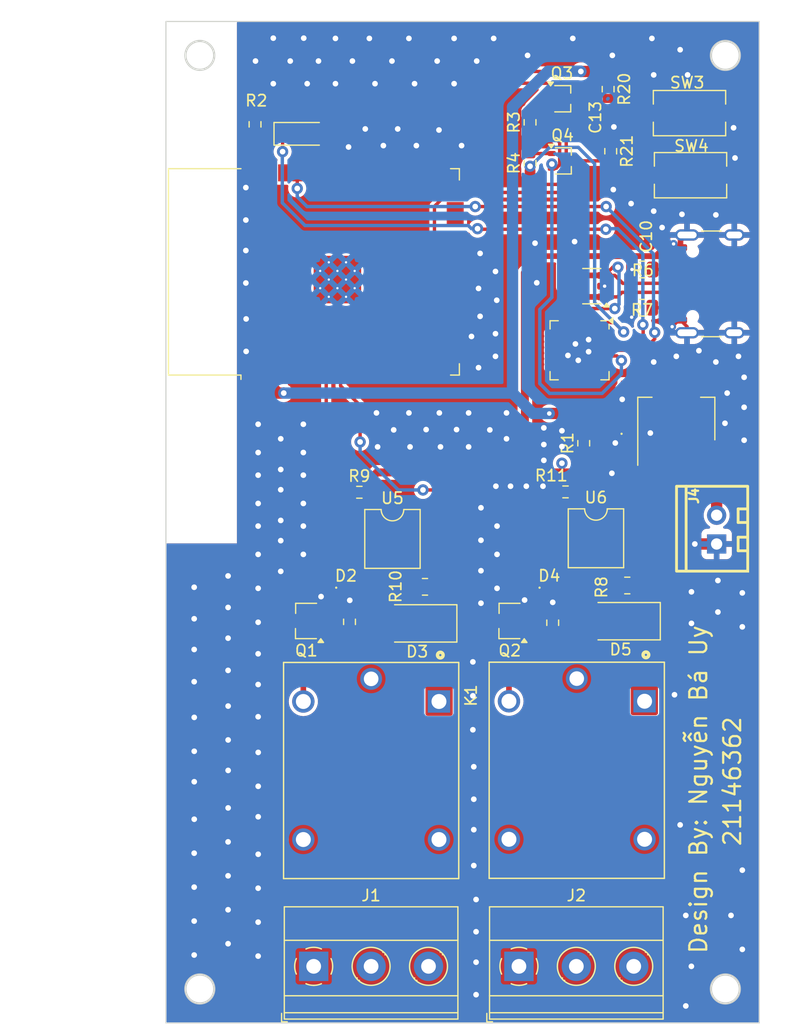
<source format=kicad_pcb>
(kicad_pcb (version 20240108) (generator "pcbnew") (generator_version "8.0")
  (title_block (title "ESP32 4 Channel Relays") (date "2023-03-20") (company "Self-Employed"))
  (layers (0 "F.Cu" signal) (31 "B.Cu" signal) (34 "B.Paste" user) (35 "F.Paste" user) (36 "B.SilkS" user "B.Silkscreen") (37 "F.SilkS" user "F.Silkscreen") (38 "B.Mask" user) (39 "F.Mask" user) (44 "Edge.Cuts" user))
  (net 0 "")
  (net 1 "+5V")
  (net 2 "GND")
  (net 3 "/RESET")
  (net 4 "+3V3")
  (net 5 "Net-(D1-A)")
  (net 6 "/BOOT")
  (net 7 "Net-(D2-A)")
  (net 8 "Net-(D3-A)")
  (net 9 "Net-(U4-RXD0{slash}IO3)")
  (net 10 "Net-(D4-A)")
  (net 11 "Net-(D5-A)")
  (net 12 "Net-(J3-CC2)")
  (net 15 "Net-(J3-CC1)")
  (net 16 "Net-(Q1-B)")
  (net 17 "/NO-1")
  (net 18 "/COM-1")
  (net 19 "/NC-1")
  (net 20 "/NO-2")
  (net 21 "/COM-2")
  (net 22 "/NC-2")
  (net 23 "Net-(R8-Pad1)")
  (net 28 "Net-(Q2-B)")
  (net 29 "Net-(Q3-B)")
  (net 30 "Net-(Q4-B)")
  (net 35 "/D+")
  (net 37 "/D-")
  (net 38 "/RTS")
  (net 39 "/DTR")
  (net 40 "Net-(R9-Pad1)")
  (net 41 "Net-(R10-Pad1)")
  (net 42 "Net-(R11-Pad1)")
  (net 45 "/ACTIVE")
  (net 48 "/TX")
  (net 49 "/RX")
  (net 59 "/IO_34")
  (net 60 "/IO_35")
  (footprint "Diode_SMD:D_SMA" (layer "F.Cu") (at 197.075 113.405 180)
    (property "Reference" "D5")
    (property "Value" "1N4007")
  )
  (footprint "Shuzuko_footprint:RELAY_SRD-05VDC-SL-C" (layer "F.Cu") (at 193.192061 126.577891 -90)
    (property "Reference" "K2" (hide yes))
    (property "Value" "SRD-05VDC-SL-C")
  )
  (footprint "Button_Switch_SMD:SW_Tactile_SPST_NO_Straight_CK_PTS636Sx25SMTRLFS" (layer "F.Cu") (at 203.2578 73.9938 180)
    (property "Reference" "SW4")
    (property "Value" "SW_Push")
  )
  (footprint "Capacitor_SMD:C_0201_0603Metric" (layer "F.Cu") (at 199.778 101.3496 -90)
    (property "Reference" "C1" (hide yes))
    (property "Value" "22uF")
  )
  (footprint "Shuzuko_footprint:SOT-223-3_TabPin2" (layer "F.Cu") (at 202 95.525 90)
    (property "Reference" "U1" (hide yes))
    (property "Value" "AMS1117-3.3")
  )
  (footprint "Resistor_SMD:R_0603_1608Metric" (layer "F.Cu") (at 192.197751 101.979009)
    (property "Reference" "R11")
    (property "Value" "1K")
  )
  (footprint "LED_SMD:LED_0201_0603Metric" (layer "F.Cu") (at 172.7683 110.4428)
    (property "Reference" "D2")
    (property "Value" "RED_LED" (hide yes))
  )
  (footprint "Resistor_SMD:R_0603_1608Metric" (layer "F.Cu") (at 195.968 66.387 -90)
    (property "Reference" "R20")
    (property "Value" "10K")
  )
  (footprint "Shuzuko_footprint:SMDIP-4_W7.62mm" (layer "F.Cu") (at 194.890072 106.076611)
    (property "Reference" "U6")
    (property "Value" "PC817" (hide yes))
  )
  (footprint "Connector_USB:USB_C_Receptacle_GCT_USB4105-xx-A_16P_TopMnt_Horizontal" (layer "F.Cu") (at 206.0518 83.595 90)
    (property "Reference" "J3" (hide yes))
    (property "Value" "USB_C_Receptacle_USB2.0")
  )
  (footprint "Capacitor_SMD:C_0201_0603Metric" (layer "F.Cu") (at 196.222 74.2864 -90)
    (property "Reference" "C14" (hide yes))
    (property "Value" "10uF" (hide yes))
  )
  (footprint "Capacitor_SMD:C_0201_0603Metric" (layer "F.Cu") (at 164.98 93.374 180)
    (property "Reference" "C3" (hide yes))
    (property "Value" "10uF" (hide yes))
  )
  (footprint "Package_TO_SOT_SMD:SOT-23-6" (layer "F.Cu") (at 194.5202 83.7982 180)
    (property "Reference" "U7" (hide yes))
    (property "Value" "USBLC6-2SC6" (hide yes))
  )
  (footprint "Resistor_SMD:R_0603_1608Metric" (layer "F.Cu") (at 189.0592 72.927 90)
    (property "Reference" "R4")
    (property "Value" "10K")
  )
  (footprint "Package_TO_SOT_SMD:SOT-323_SC-70" (layer "F.Cu") (at 191.9294 67.2374)
    (property "Reference" "Q3")
    (property "Value" "BC847W")
  )
  (footprint "Package_DFN_QFN:QFN-28-1EP_5x5mm_P0.5mm_EP3.35x3.35mm" (layer "F.Cu") (at 193.4396 89.4638 -90)
    (property "Reference" "U8" (hide yes))
    (property "Value" "CP2102N-Axx-xQFN28" (hide yes))
  )
  (footprint "Resistor_SMD:R_0603_1608Metric" (layer "F.Cu") (at 193.809 97.6788 90)
    (property "Reference" "R1")
    (property "Value" "2K")
  )
  (footprint "Capacitor_SMD:C_0201_0603Metric" (layer "F.Cu") (at 165.0054 94.4662 180)
    (property "Reference" "C4" (hide yes))
    (property "Value" "100nF" (hide yes))
  )
  (footprint "Package_TO_SOT_SMD:TSOT-23" (layer "F.Cu") (at 187.265 113.405 180)
    (property "Reference" "Q2")
    (property "Value" "BC857")
  )
  (footprint "Diode_SMD:D_SOD-123" (layer "F.Cu") (at 168.7646 70.3362)
    (property "Reference" "D8" (hide yes))
    (property "Value" "1n4148" (hide yes))
  )
  (footprint "Diode_SMD:D_SMA" (layer "F.Cu") (at 179.075 113.6 180)
    (property "Reference" "D3")
    (property "Value" "1N4007")
  )
  (footprint "Capacitor_SMD:C_0201_0603Metric" (layer "F.Cu") (at 195.968 68.8914 -90)
    (property "Reference" "C13")
    (property "Value" "100nF" (hide yes))
  )
  (footprint "Resistor_SMD:R_0805_2012Metric" (layer "F.Cu") (at 197.6625 110.250256 180)
    (property "Reference" "R8")
    (property "Value" "2.2K" (hide yes))
  )
  (footprint "Resistor_SMD:R_0603_1608Metric" (layer "F.Cu") (at 173.956515 102.012265)
    (property "Reference" "R9")
    (property "Value" "1K")
  )
  (footprint "Shuzuko_footprint:ESP32-WROOM-32" (layer "F.Cu") (at 172.9248 82.535 90)
    (property "Reference" "U4" (hide yes))
    (property "Value" "ESP32-WROOM-32")
  )
  (footprint "TerminalBlock_Phoenix:TerminalBlock_Phoenix_MKDS-1,5-3-5.08_1x03_P5.08mm_Horizontal" (layer "F.Cu") (at 188.075 143.905)
    (property "Reference" "J2")
    (property "Value" "Relay-2" (hide yes))
  )
  (footprint "Resistor_SMD:R_0603_1608Metric" (layer "F.Cu") (at 164.726 69.498 -90)
    (property "Reference" "R2")
    (property "Value" "10K")
  )
  (footprint "LED_SMD:LED_0201_0603Metric" (layer "F.Cu") (at 196.2968 96.8436 180)
    (property "Reference" "D1" (hide yes))
    (property "Value" "YELLOW_LED" (hide yes))
  )
  (footprint "TRUNGTHAO:Conn_XH-P2.54mm-2P" (layer "F.Cu") (at 205.4692 105.242 180)
    (property "Reference" "J4")
    (property "Value" "Conn_01x02" (hide yes))
  )
  (footprint "Capacitor_SMD:C_0201_0603Metric" (layer "F.Cu") (at 200.7432 79.785 -90)
    (property "Reference" "C10")
    (property "Value" "100nF")
  )
  (footprint "Resistor_SMD:R_0603_1608Metric" (layer "F.Cu") (at 196.1966 71.8734 -90)
    (property "Reference" "R21")
    (property "Value" "10K")
  )
  (footprint "Package_TO_SOT_SMD:SOT-323_SC-70" (layer "F.Cu") (at 191.9802 72.7247)
    (property "Reference" "Q4")
    (property "Value" "BC847W")
  )
  (footprint "Resistor_SMD:R_0805_2012Metric" (layer "F.Cu") (at 179.7628 110.3666 180)
    (property "Reference" "R10")
    (property "Value" "2.2K" (hide yes))
  )
  (footprint "Resistor_SMD:R_0805_2012Metric" (layer "F.Cu") (at 198.9652 85.7032 180)
    (property "Reference" "R7")
    (property "Value" "5k6")
  )
  (footprint "LED_SMD:LED_0201_0603Metric" (layer "F.Cu") (at 190.761 110.4428)
    (property "Reference" "D4")
    (property "Value" "RED_LED" (hide yes))
  )
  (footprint "Resistor_SMD:R_0603_1608Metric" (layer "F.Cu") (at 189.0592 69.3202 90)
    (property "Reference" "R3")
    (property "Value" "10K")
  )
  (footprint "Button_Switch_SMD:SW_Tactile_SPST_NO_Straight_CK_PTS636Sx25SMTRLFS" (layer "F.Cu") (at 203.1674 68.5074)
    (property "Reference" "SW3")
    (property "Value" "SW_Push")
  )
  (footprint "Package_TO_SOT_SMD:TSOT-23" (layer "F.Cu") (at 169.265 113.405 180)
    (property "Reference" "Q1")
    (property "Value" "BC857")
  )
  (footprint "Resistor_SMD:R_0805_2012Metric" (layer "F.Cu") (at 198.9906 82.325 180)
    (property "Reference" "R6")
    (property "Value" "5k6")
  )
  (footprint "Resistor_SMD:R_0603_1608Metric" (layer "F.Cu") (at 191.064181 113.540393 -90)
    (property "Reference" "R13" (hide yes))
    (property "Value" "10K")
  )
  (footprint "Shuzuko_footprint:SMDIP-4_W7.62mm" (layer "F.Cu") (at 176.885 106.135)
    (property "Reference" "U5")
    (property "Value" "PC817" (hide yes))
  )
  (footprint "Resistor_SMD:R_0603_1608Metric" (layer "F.Cu") (at 173.085223 113.46211 -90)
    (property "Reference" "R5" (hide yes))
    (property "Value" "10K")
  )
  (footprint "Shuzuko_footprint:RELAY_SRD-05VDC-SL-C" (layer "F.Cu") (at 175 126.6 -90)
    (property "Reference" "K1")
    (property "Value" "SRD-05VDC-SL-C")
  )
  (footprint "TerminalBlock_Phoenix:TerminalBlock_Phoenix_MKDS-1,5-3-5.08_1x03_P5.08mm_Horizontal" (layer "F.Cu") (at 169.915 143.905)
    (property "Reference" "J1")
    (property "Value" "Relay-1" (hide yes))
  )
  (footprint "Capacitor_SMD:C_0201_0603Metric" (layer "F.Cu") (at 197.2888 92.6882 -90)
    (property "Reference" "C2" (hide yes))
    (property "Value" "22uF")
  )
  (gr_circle (center 159.840261 145.905) (end 161.116595 145.905) (stroke (width 0.2)) (fill none) (layer "Edge.Cuts"))
  (gr_circle (center 206.340261 63.405) (end 205.063927 63.405) (stroke (width 0.2)) (fill none) (layer "Edge.Cuts"))
  (gr_circle (center 159.840261 63.405) (end 159.840261 64.681334) (stroke (width 0.2)) (fill none) (layer "Edge.Cuts"))
  (gr_circle (center 206.340261 145.905) (end 206.340261 144.628666) (stroke (width 0.2)) (fill none) (layer "Edge.Cuts"))
  (gr_rect (start 156.840261 60.4074) (end 209.340261 148.905) (stroke (width 0.1)) (fill none) (layer "Edge.Cuts"))
  (gr_text "Design By: Nguyễn Bá Uy" (at 204.840261 142.905 90) (layer "F.SilkS") (effects (font (size 1.5 1.5) (thickness 0.2)) (justify left bottom)))
  (gr_text "21146362" (at 207.840261 133.405 90) (layer "F.SilkS") (effects (font (size 1.5 1.5) (thickness 0.2)) (justify left bottom)))
  (segment (start 193.809 98.1888) (end 193.809 98.6888) (width 0.25) (layer "F.Cu") (net 1))
  (segment (start 196.95366 101.979009) (end 197.645051 102.6704) (width 0.7) (layer "F.Cu") (net 1))
  (segment (start 182.395 104.865) (end 183.141 105.611) (width 0.7) (layer "F.Cu") (net 1))
  (segment (start 199.192061 120.477891) (end 199.192061 113.522061) (width 1.5) (layer "F.Cu") (net 1))
  (segment (start 199.905 100.74) (end 199.458 100.74) (width 0.25) (layer "F.Cu") (net 1))
  (segment (start 202.3718 81.195) (end 202.911495 81.195) (width 0.3) (layer "F.Cu") (net 1))
  (segment (start 197.645051 102.6704) (end 205.5184 102.6704) (width 0.7) (layer "F.Cu") (net 1))
  (segment (start 205.5692 102.7212) (end 205.5692 99.1652) (width 1) (layer "F.Cu") (net 1))
  (segment (start 183.141 105.611) (end 183.141 112.9574) (width 0.7) (layer "F.Cu") (net 1))
  (segment (start 195.1552 101.979009) (end 195.1552 101.0956) (width 0.7) (layer "F.Cu") (net 1))
  (segment (start 191.9396 83.017599) (end 191.904 82.981999) (width 0.3) (layer "F.Cu") (net 1))
  (segment (start 195.6876 98.5038) (end 193.809 98.5038) (width 0.25) (layer "F.Cu") (net 1))
  (segment (start 200.159 100.994) (end 199.905 100.74) (width 0.25) (layer "F.Cu") (net 1))
  (segment (start 183.141 112.9574) (end 182.4984 113.6) (width 0.7) (layer "F.Cu") (net 1))
  (segment (start 191.9752 83.8642) (end 191.904 83.8642) (width 0.5) (layer "F.Cu") (net 1))
  (segment (start 193.3827 83.7982) (end 192.0412 83.7982) (width 0.5) (layer "F.Cu") (net 1))
  (segment (start 190.9896 87.9638) (end 190.9896 87.405) (width 0.3) (layer "F.Cu") (net 1))
  (segment (start 204.3 98.675) (end 204.3 100.0534) (width 0.25) (layer "F.Cu") (net 1))
  (segment (start 181 120.5) (end 181 113.675) (width 1.5) (layer "F.Cu") (net 1))
  (segment (start 200.034611 104.806611) (end 201.3782 106.1502) (width 0.7) (layer "F.Cu") (net 1))
  (segment (start 200.7432 80.6486) (end 200.7432 80.7132) (width 0.3) (layer "F.Cu") (net 1))
  (segment (start 200.7432 80.6486) (end 200.7432 81.0042) (width 0.3) (layer "F.Cu") (net 1))
  (segment (start 200.6024 81.145) (end 190.0868 81.145) (width 0.5) (layer "F.Cu") (net 1))
  (segment (start 190.0868 81.145) (end 189.3386 81.8932) (width 0.5) (layer "F.Cu") (net 1))
  (segment (start 199.1684 101.0296) (end 199.778 101.0296) (width 0.3) (layer "F.Cu") (net 1))
  (segment (start 182.4984 113.6) (end 181.075 113.6) (width 0.7) (layer "F.Cu") (net 1))
  (segment (start 188.6782 100.2574) (end 175.521 100.2574) (width 0.7) (layer "F.Cu") (net 1))
  (segment (start 201.3782 112.4748) (end 200.448 113.405) (width 0.7) (layer "F.Cu") (net 1))
  (segment (start 204.15 98.825) (end 204.3 98.675) (width 0.25) (layer "F.Cu") (net 1))
  (segment (start 191.9244 86.9986) (end 191.9396 87.0138) (width 0.3) (layer "F.Cu") (net 1))
  (segment (start 174.781515 102.012265) (end 174.781515 102.311915) (width 0.7) (layer "F.Cu") (net 1))
  (segment (start 200.7432 80.7132) (end 200.3114 81.145) (width 0.3) (layer "F.Cu") (net 1))
  (segment (start 201.3274 81.145) (end 202.3218 81.145) (width 0.5) (layer "F.Cu") (net 1))
  (segment (start 200.6024 81.145) (end 200.7432 81.0042) (width 0.5) (layer "F.Cu") (net 1))
  (segment (start 191.904 83.8642) (end 191.904 82.981999) (width 0.5) (layer "F.Cu") (net 1))
  (segment (start 191.904 81.9694) (end 192.7284 81.145) (width 0.5) (layer "F.Cu") (net 1))
  (segment (start 201.3782 106.1502) (end 201.3782 112.4748) (width 0.7) (layer "F.Cu") (net 1))
  (segment (start 203.3238 101.0296) (end 200.159 101.0296) (width 0.25) (layer "F.Cu") (net 1))
  (segment (start 175.521 100.2574) (end 174.781515 100.996885) (width 0.7) (layer "F.Cu") (net 1))
  (segment (start 198.700072 104.806611) (end 200.034611 104.806611) (width 0.7) (layer "F.Cu") (net 1))
  (segment (start 188.602 82.6298) (end 189.3386 81.8932) (width 0.7) (layer "F.Cu") (net 1))
  (segment (start 203.8166 85.089895) (end 202.911495 85.995) (width 0.3) (layer "F.Cu") (net 1))
  (segment (start 200.7432 81.0042) (end 200.7432 81.195) (width 0.3) (layer "F.Cu") (net 1))
  (segment (start 199.458 100.74) (end 199.1684 101.0296) (width 0.25) (layer "F.Cu") (net 1))
  (segment (start 200.159 101.0296) (end 199.778 101.0296) (width 0.25) (layer "F.Cu") (net 1))
  (segment (start 200.7432 81.195) (end 202.3718 81.195) (width 0.3) (layer "F.Cu") (net 1))
  (segment (start 200.7432 80.105) (end 200.7432 80.42) (width 0.3) (layer "F.Cu") (net 1))
  (segment (start 193.022751 101.979009) (end 195.1552 101.979009) (width 0.7) (layer "F.Cu") (net 1))
  (segment (start 177.3346 104.865) (end 180.695 104.865) (width 0.7) (layer "F.Cu") (net 1))
  (segment (start 198.2134 101.0296) (end 195.6876 98.5038) (width 0.25) (layer "F.Cu") (net 1))
  (segment (start 202.911495 85.995) (end 202.3718 85.995) (width 0.3) (layer "F.Cu") (net 1))
  (segment (start 192.7284 81.145) (end 201.3274 81.145) (width 0.5) (layer "F.Cu") (net 1))
  (segment (start 174.781515 102.311915) (end 177.3346 104.865) (width 0.7) (layer "F.Cu") (net 1))
  (segment (start 205.5692 99.1652) (end 205.1628 98.7588) (width 1) (layer "F.Cu") (net 1))
  (segment (start 199.7018 81.145) (end 200.3114 81.145) (width 0.5) (layer "F.Cu") (net 1))
  (segment (start 180.695 104.865) (end 182.395 104.865) (width 0.7) (layer "F.Cu") (net 1))
  (segment (start 200.7432 80.42) (end 200.0182 81.145) (width 0.3) (layer "F.Cu") (net 1))
  (segment (start 190.9896 87.405) (end 191.396 86.9986) (width 0.3) (layer "F.Cu") (net 1))
  (segment (start 200.7432 80.42) (end 200.7432 80.6486) (width 0.3) (layer "F.Cu") (net 1))
  (segment (start 200.448 113.405) (end 199.075 113.405) (width 0.7) (layer "F.Cu") (net 1))
  (segment (start 200.159 101.0296) (end 200.159 100.994) (width 0.25) (layer "F.Cu") (net 1))
  (segment (start 191.396 86.9986) (end 191.9244 86.9986) (width 0.3) (layer "F.Cu") (net 1))
  (segment (start 191.904 82.981999) (end 191.904 81.9694) (width 0.5) (layer "F.Cu") (net 1))
  (segment (start 200.7432 80.5608) (end 201.3274 81.145) (width 0.3) (layer "F.Cu") (net 1))
  (segment (start 188.8052 82.4266) (end 189.3386 81.8932) (width 0.5) (layer "F.Cu") (net 1))
  (segment (start 195.1552 101.979009) (end 196.95366 101.979009) (width 0.7) (layer "F.Cu") (net 1))
  (segment (start 205.5184 102.6704) (end 205.5692 102.7212) (width 0.7) (layer "F.Cu") (net 1))
  (segment (start 200.0182 81.145) (end 199.7018 81.145) (width 0.3) (layer "F.Cu") (net 1))
  (segment (start 194.317 100.2574) (end 188.6782 100.2574) (width 0.7) (layer "F.Cu") (net 1))
  (segment (start 200.3114 81.145) (end 200.6024 81.145) (width 0.5) (layer "F.Cu") (net 1))
  (segment (start 194.954611 104.806611) (end 198.700072 104.806611) (width 0.7) (layer "F.Cu") (net 1))
  (segment (start 199.1684 101.0296) (end 198.2134 101.0296) (width 0.25) (layer "F.Cu") (net 1))
  (segment (start 203.8166 82.100105) (end 203.8166 85.089895) (width 0.3) (layer "F.Cu") (net 1))
  (segment (start 199.192061 113.522061) (end 199.075 113.405) (width 1.5) (layer "F.Cu") (net 1))
  (segment (start 204.3838 98.7588) (end 204.3 98.675) (width 1) (layer "F.Cu") (net 1))
  (segment (start 195.1552 101.0956) (end 194.317 100.2574) (width 0.7) (layer "F.Cu") (net 1))
  (segment (start 202.3218 81.145) (end 202.3718 81.195) (width 0.5) (layer "F.Cu") (net 1))
  (segment (start 202.911495 81.195) (end 203.8166 82.100105) (width 0.3) (layer "F.Cu") (net 1))
  (segment (start 192.0412 83.7982) (end 191.9752 83.8642) (width 0.5) (layer "F.Cu") (net 1))
  (segment (start 204.3 100.0534) (end 203.3238 101.0296) (width 0.25) (layer "F.Cu") (net 1))
  (segment (start 193.022751 102.874751) (end 194.954611 104.806611) (width 0.7) (layer "F.Cu") (net 1))
  (segment (start 205.1628 98.7588) (end 204.3838 98.7588) (width 1) (layer "F.Cu") (net 1))
  (segment (start 188.602 100.1812) (end 188.602 82.6298) (width 0.7) (layer "F.Cu") (net 1))
  (segment (start 191.9396 87.0138) (end 191.9396 83.017599) (width 0.3) (layer "F.Cu") (net 1))
  (segment (start 193.022751 101.979009) (end 193.022751 102.874751) (width 0.7) (layer "F.Cu") (net 1))
  (segment (start 188.6782 100.2574) (end 188.602 100.1812) (width 0.7) (layer "F.Cu") (net 1))
  (segment (start 181 113.675) (end 181.075 113.6) (width 1.5) (layer "F.Cu") (net 1))
  (segment (start 200.7432 80.42) (end 200.7432 80.5608) (width 0.3) (layer "F.Cu") (net 1))
  (segment (start 174.781515 100.996885) (end 174.781515 102.012265) (width 0.7) (layer "F.Cu") (net 1))
  (segment (start 205.5692 104.042) (end 205.5692 102.7212) (width 1) (layer "F.Cu") (net 1))
  (via (at 191.8786 99.4446) (size 1) (drill 0.5) (layers "F.Cu" "B.Cu") (net 1))
  (segment (start 207.0424 69.7774) (end 207.0678 69.8028) (width 0.3) (layer "F.Cu") (net 2))
  (segment (start 198.0527 85.7032) (end 198.0527 86.5395) (width 0.3) (layer "F.Cu") (net 2))
  (segment (start 199.7 98.675) (end 199.7 96.7794) (width 0.5) (layer "F.Cu") (net 2))
  (segment (start 198.0527 86.5395) (end 198.0508 86.5414) (width 0.3) (layer "F.Cu") (net 2))
  (segment (start 207.0424 68.42) (end 207.0424 69.7774) (width 0.3) (layer "F.Cu") (net 2))
  (segment (start 202.3718 80.395) (end 202.3718 79.85) (width 0.3) (layer "F.Cu") (net 2))
  (segment (start 164.6748 91.285) (end 164.6748 73.785) (width 0.3) (layer "F.Cu") (net 2))
  (segment (start 164.6854 94.4662) (end 164.6854 93.3994) (width 0.3) (layer "F.Cu") (net 2))
  (segment (start 202.3718 80.395) (end 202.0898 80.395) (width 0.3) (layer "F.Cu") (net 2))
  (segment (start 202.0898 80.395) (end 201.7592 80.0644) (width 0.3) (layer "F.Cu") (net 2))
  (segment (start 191.064181 111.739819) (end 191.0658 111.7382) (width 0.3) (layer "F.Cu") (net 2))
  (segment (start 199.7 96.7794) (end 199.7018 96.7776) (width 0.5) (layer "F.Cu") (net 2))
  (segment (start 182.4348 88.245) (end 183.8758 88.245) (width 0.3) (layer "F.Cu") (net 2))
  (segment (start 202.3718 86.795) (end 202.2168 86.795) (width 0.3) (layer "F.Cu") (net 2))
  (segment (start 197.6342 101.6696) (end 196.2982 100.3336) (width 0.3) (layer "F.Cu") (net 2))
  (segment (start 193.4396 89.4638) (end 194.1152 89.4638) (width 0.3) (layer "F.Cu") (net 2))
  (segment (start 193.9396 87.0138) (end 193.9396 88.2214) (width 0.3) (layer "F.Cu") (net 2))
  (segment (start 195.968 69.2186) (end 196.476 69.7266) (width 0.3) (layer "F.Cu") (net 2))
  (segment (start 196.222 75.0606) (end 196.4252 75.2638) (width 0.3) (layer "F.Cu") (net 2))
  (segment (start 191.064181 112.715393) (end 191.064181 111.739819) (width 0.3) (layer "F.Cu") (net 2))
  (segment (start 193.4396 89.4638) (end 192.8678 89.4638) (width 0.3) (layer "F.Cu") (net 2))
  (segment (start 193.4396 89.4638) (end 193.4396 90.2382) (width 0.3) (layer "F.Cu") (net 2))
  (segment (start 207.1328 73.9938) (end 207.1328 72.5318) (width 0.3) (layer "F.Cu") (net 2))
  (segment (start 205.5692 106.582) (end 203.6388 106.582) (width 1) (layer "F.Cu") (net 2))
  (segment (start 193.4396 89.3238) (end 194.2408 88.5226) (width 0.3) (layer "F.Cu") (net 2))
  (segment (start 193.4396 89.4638) (end 193.4396 89.2708) (width 0.3) (layer "F.Cu") (net 2))
  (segment (start 194.2408 88.6626) (end 193.4396 89.4638) (width 0.3) (layer "F.Cu") (net 2))
  (segment (start 202.2168 86.795) (end 201.6322 87.3796) (width 0.3) (layer "F.Cu") (net 2))
  (segment (start 202.9468 87.37) (end 202.3718 86.795) (width 0.3) (layer "F.Cu") (net 2))
  (segment (start 170.575 111.2372) (end 170.568 111.2302) (width 0.3) (layer "F.Cu") (net 2))
  (segment (start 199.778 101.6696) (end 197.6342 101.6696) (width 0.3) (layer "F.Cu") (net 2))
  (segment (start 170.575 112.455) (end 170.575 111.2372) (width 0.3) (layer "F.Cu") (net 2))
  (segment (start 207.1328 68.3296) (end 207.0424 68.42) (width 0.3) (layer "F.Cu") (net 2))
  (segment (start 202.9468 79.275) (end 207.1268 79.275) (width 0.3) (layer "F.Cu") (net 2))
  (segment (start 200.7432 79.465) (end 200.7432 78.6166) (width 0.3) (layer "F.Cu") (net 2))
  (segment (start 196.6168 97.6412) (end 196.6016 97.6564) (width 0.3) (layer "F.Cu") (net 2))
  (segment (start 173.085223 112.63711) (end 173.085223 111.583177) (width 0.3) (layer "F.Cu") (net 2))
  (segment (start 199.7 98.675) (end 199.7 98.225) (width 0.5) (layer "F.Cu") (net 2))
  (segment (start 183.8758 88.245) (end 183.8776 88.2432) (width 0.3) (layer "F.Cu") (net 2))
  (segment (start 188.575 111.5366) (end 188.5766 111.535) (width 0.3) (layer "F.Cu") (net 2))
  (segment (start 188.575 112.455) (end 188.575 111.5366) (width 0.3) (layer "F.Cu") (net 2))
  (segment (start 193.4396 89.2708) (end 193.0724 88.9036) (width 0.3) (layer "F.Cu") (net 2))
  (segment (start 197.2888 93.0082) (end 197.2888 93.722695) (width 0.3) (layer "F.Cu") (net 2))
  (segment (start 194.1152 89.4638) (end 194.2408 89.5894) (width 0.3) (layer "F.Cu") (net 2))
  (segment (start 202.9468 87.915) (end 202.9468 87.37) (width 0.3) (layer "F.Cu") (net 2))
  (segment (start 207.1268 87.915) (end 202.9468 87.915) (width 0.3) (layer "F.Cu") (net 2))
  (segment (start 164.66 91.2998) (end 164.6748 91.285) (width 0.3) (layer "F.Cu") (net 2))
  (segment (start 195.968 69.2114) (end 195.9862 69.2114) (width 0.3) (layer "F.Cu") (net 2))
  (segment (start 192.8678 89.4638) (end 192.412 89.9196) (width 0.3) (layer "F.Cu") (net 2))
  (segment (start 193.4396 90.2382) (end 193.3264 90.3514) (width 0.3) (layer "F.Cu") (net 2))
  (segment (start 207.1328 72.5318) (end 207.1948 72.4698) (width 0.3) (layer "F.Cu") (net 2))
  (segment (start 197.2888 93.722695) (end 197.211095 93.8004) (width 0.3) (layer "F.Cu") (net 2))
  (segment (start 194.2408 88.5226) (end 194.2408 88.6626) (width 0.3) (layer "F.Cu") (net 2))
  (segment (start 198.0781 82.325) (end 198.078134 82.325) (width 0.3) (layer "F.Cu") (net 2))
  (segment (start 202.3718 79.85) (end 202.9468 79.275) (width 0.3) (layer "F.Cu") (net 2))
  (segment (start 173.085223 111.583177) (end 173.108 111.5604) (width 0.3) (layer "F.Cu") (net 2))
  (segment (start 164.6854 93.3994) (end 164.66 93.374) (width 0.3) (layer "F.Cu") (net 2))
  (segment (start 196.6168 96.8436) (end 196.6168 97.6412) (width 0.3) (layer "F.Cu") (net 2))
  (segment (start 164.66 93.374) (end 164.66 91.2998) (width 0.3) (layer "F.Cu") (net 2))
  (segment (start 193.4396 89.4638) (end 193.4396 89.3238) (width 0.3) (layer "F.Cu") (net 2))
  (segment (start 195.968 69.2114) (end 195.968 69.2186) (width 0.3) (layer "F.Cu") (net 2))
  (segment (start 193.9396 88.2214) (end 194.2408 88.5226) (width 0.3) (layer "F.Cu") (net 2))
  (segment (start 196.222 74.6064) (end 196.222 75.0606) (width 0.3) (layer "F.Cu") (net 2))
  (via (at 165.0054 125) (size 1) (drill 0.5) (layers "F.Cu" "B.Cu") (net 2))
  (via (at 169 98.5) (size 1) (drill 0.5) (layers "F.Cu" "B.Cu") (net 2))
  (via (at 196.6016 97.6564) (size 1) (drill 0.5) (layers "F.Cu" "B.Cu") (net 2))
  (via (at 182.5568 96.4728) (size 1) (drill 0.5) (layers "F.Cu" "B.Cu") (net 2))
  (via (at 191.8786 96.5744) (size 1) (drill 0.5) (layers "F.Cu" "B.Cu") (net 2))
  (via (at 167 100) (size 1) (drill 0.5) (layers "F.Cu" "B.Cu") (net 2))
  (via (at 184 117) (size 1) (drill 0.5) (layers "F.Cu" "B.Cu") (net 2))
  (via (at 190.2784 99.1906) (size 1) (drill 0.5) (layers "F.Cu" "B.Cu") (net 2))
  (via (at 173.108 111.5604) (size 1) (drill 0.5) (layers "F.Cu" "B.Cu") (net 2))
  (via (at 196.476 69.7266) (size 1) (drill 0.5) (layers "F.Cu" "B.Cu") (net 2))
  (via (at 159.340261 118.7524) (size 1) (drill 0.5) (layers "F.Cu" "B.Cu") (net 2))
  (via (at 173 71.5) (size 1) (drill 0.5) (layers "F.Cu" "B.Cu") (net 2))
  (via (at 159.340261 113.1898) (size 1) (drill 0.5) (layers "F.Cu" "B.Cu") (net 2))
  (via (at 178.442 98) (size 1) (drill 0.5) (layers "F.Cu" "B.Cu") (net 2))
  (via (at 188.729 101.4766) (size 1) (drill 0.5) (layers "F.Cu" "B.Cu") (net 2))
  (via (at 181.1344 98) (size 1) (drill 0.5) (layers "F.Cu" "B.Cu") (net 2))
  (via (at 176.9942 96.5) (size 1) (drill 0.5) (layers "F.Cu" "B.Cu") (net 2))
  (via (at 159.345661 121.905) (size 1) (drill 0.5) (layers "F.Cu" "B.Cu") (net 2))
  (via (at 198.078134 82.325) (size 0.6) (drill 0.3) (layers "F.Cu" "B.Cu") (net 2))
  (via (at 163.9132 83.5188) (size 1) (drill 0.5) (layers "F.Cu" "B.Cu") (net 2))
  (via (at 185.5 96.5) (size 1) (drill 0.5) (layers "F.Cu" "B.Cu") (net 2))
  (via (at 184.0808 129.1372) (size 1) (drill 0.5) (layers "F.Cu" "B.Cu") (net 2))
  (via (at 169 105) (size 1) (drill 0.5) (layers "F.Cu" "B.Cu") (net 2))
  (via (at 165 96) (size 1) (drill 0.5) (layers "F.Cu" "B.Cu") (net 2))
  (via (at 186.9764 97.2856) (size 1) (drill 0.5) (layers "F.Cu" "B.Cu") (net 2))
  (via (at 203 65.1292) (size 1) (drill 0.5) (layers "F.Cu" "B.Cu") (net 2))
  (via (at 184.6396 86.4652) (size 1) (drill 0.5) (layers "F.Cu" "B.Cu") (net 2))
  (via (at 197.211095 93.8004) (size 1) (drill 0.5) (layers "F.Cu" "B.Cu") (net 2))
  (via (at 165 100.5) (size 1) (drill 0.5) (layers "F.Cu" "B.Cu") (net 2))
  (via (at 170.340261 63.905) (size 1) (drill 0.5) (layers "F.Cu" "B.Cu") (net 2))
  (via (at 163.9132 80.6486) (size 1) (drill 0.5) (layers "F.Cu" "B.Cu") (net 2))
  (via (at 167.840261 63.905) (size 1) (drill 0.5) (layers "F.Cu" "B.Cu") (net 2))
  (via (at 175.5718 98) (size 1) (drill 0.5) (layers "F.Cu" "B.Cu") (net 2))
  (via (at 162.340261 109.405) (size 1) (drill 0.5) (layers "F.Cu" "B.Cu") (net 2))
  (via (at 159.340261 115.905) (size 1) (drill 0.5) (layers "F.Cu" "B.Cu") (net 2))
  (via (at 162.340261 114.905) (size 1) (drill 0.5) (layers "F.Cu" "B.Cu") (net 2))
  (via (at 159.340261 133.905) (size 1) (drill 0.5) (layers "F.Cu" "B.Cu") (net 2))
  (via (at 184.7158 108.9442) (size 1) (drill 0.5) (layers "F.Cu" "B.Cu") (net 2))
  (via (at 184.7158 111.8144) (size 1) (drill 0.5) (layers "F.Cu" "B.Cu") (net 2))
  (via (at 208 94.5) (size 1) (drill 0.5) (layers "F.Cu" "B.Cu") (net 2))
  (via (at 184.5 84) (size 1) (drill 0.5) (layers "F.Cu" "B.Cu") (net 2))
  (via (at 184.284 140.8466) (size 1) (drill 0.5) (layers "F.Cu" "B.Cu") (net 2))
  (via (at 184.284 143.539) (size 1) (drill 0.5) (layers "F.Cu" "B.Cu") (net 2))
  (via (at 184 120) (size 1) (drill 0.5) (layers "F.Cu" "B.Cu") (net 2))
  (via (at 167 106.2856) (size 1) (drill 0.5) (layers "F.Cu" "B.Cu") (net 2))
  (via (at 184 123) (size 1) (drill 0.5) (layers "F.Cu" "B.Cu") (net 2))
  (via (at 184.7158 106.2518) (size 1) (drill 0.5) (layers "F.Cu" "B.Cu") (net 2))
  (via (at 162.340261 117.7524) (size 1) (drill 0.5) (layers "F.Cu" "B.Cu") (net 2))
  (via (at 163.9132 77.9562) (size 1) (drill 0.5) (layers "F.Cu" "B.Cu") (net 2))
  (via (at 175.340261 65.905) (size 1) (drill 0.5) (layers "F.Cu" "B.Cu") (net 2))
  (via (at 184.0808 135) (size 1) (drill 0.5) (layers "F.Cu" "B.Cu") (net 2))
  (via (at 202.340261 62.905) (size 1) (drill 0.5) (layers "F.Cu" "B.Cu") (net 2))
  (via (at 178.840261 65.905) (size 1) (drill 0.5) (layers "F.Cu" "B.Cu") (net 2))
  (via (at 184.284 146.4092) (size 1) (drill 0.5) (layers "F.Cu" "B.Cu") (net 2))
  (via (at 208 91.85) (size 1) (drill 0.5) (layers "F.Cu" "B.Cu") (net 2))
  (via (at 163.9132 75.086) (size 1) (drill 0.5) (layers "F.Cu" "B.Cu") (net 2))
  (via (at 196.4252 75.2638) (size 1) (drill 0.5) (layers "F.Cu" "B.Cu") (net 2))
  (via (at 195.6577 83.7982) (size 0.6) (drill 0.3) (layers "F.Cu" "B.Cu") (net 2))
  (via (at 186.9764 95) (size 1) (drill 0.5) (layers "F.Cu" "B.Cu") (net 2))
  (via (at 165 137) (size 1) (drill 0.5) (layers "F.Cu" "B.Cu") (net 2))
  (via (at 202.840261 147.405) (size 1) (drill 0.5) (layers "F.Cu" "B.Cu") (net 2))
  (via (at 200 65.1292) (size 1) (drill 0.5) (layers "F.Cu" "B.Cu") (net 2))
  (via (at 186 90) (size 1) (drill 0.5) (layers "F.Cu" "B.Cu") (net 2))
  (via (at 165 140) (size 1) (drill 0.5) (layers "F.Cu" "B.Cu") (net 2))
  (via (at 207.0678 69.8028) (size 1) (drill 0.5) (layers "F.Cu" "B.Cu") (net 2))
  (via (at 192.412 89.9196) (size 1) (drill 0.5) (layers "F.Cu" "B.Cu") (net 2))
  (via (at 165 105) (size 1) (drill 0.5) (layers "F.Cu" "B.Cu") (net 2))
  (via (at 162.345661 120.905) (size 1) (drill 0.5) (layers "F.Cu" "B.Cu") (net 2))
  (via (at 171.840261 65.905) (size 1) (drill 0.5) (layers "F.Cu" "B.Cu") (net 2))
  (via (at 187.332 101.4766) (size 1) (drill 0.5) (layers "F.Cu" "B.Cu") (net 2))
  (via (at 204 89.5) (size 1) (drill 0.5) (layers "F.Cu" "B.Cu") (net 2))
  (via (at 164.766661 63.905) (size 1) (drill 0.5) (layers "F.Cu" "B.Cu") (net 2))
  (via (at 166.340261 61.8818) (size 1) (drill 0.5) (layers "F.Cu" "B.Cu") (net 2))
  (via (at 162.340261 138.905) (size 1) (drill 0.5) (layers "F.Cu" "B.Cu") (net 2))
  (via (at 162.340261 135.905) (size 1) (drill 0.5) (layers "F.Cu" "B.Cu") (net 2))
  (via (at 176.840261 63.905) (size 1) (drill 0.5) (layers "F.Cu" "B.Cu") (net 2))
  (via (at 169 103) (size 1) (drill 0.5) (layers "F.Cu" "B.Cu") (net 2))
  (via (at 159.345661 127.5916) (size 1) (drill 0.5) (layers "F.Cu" "B.Cu") (net 2))
  (via (at 166.340261 65.905) (size 1) (drill 0.5) (layers "F.Cu" "B.Cu") (net 2))
  (via (at 193 79.8612) (size 1) (drill 0.5) (layers "F.Cu" "B.Cu") (net 2))
  (via (at 184.5 91) (size 1) (drill 0.5) (layers "F.Cu" "B.Cu") (net 2))
  (via (at 188.840261 63.405) (size 1) (drill 0.5) (layers "F.Cu" "B.Cu") (net 2))
  (via (at 186 88) (size 1) (drill 0.5) (layers "F.Cu" "B.Cu") (net 2))
  (via (at 184.7158 103.3816) (size 1) (drill 0.5) (layers "F.Cu" "B.Cu") (net 2))
  (via (at 199.7018 96.7776) (size 1) (drill 0.5) (layers "F.Cu" "B.Cu") (net 2))
  (via (at 196.2982 100.3336) (size 1) (drill 0.5) (layers "F.Cu" "B.Cu") (net 2))
  (via (at 171.840261 61.905) (size 1) (drill 0.5) (layers "F.Cu" "B.Cu") (net 2))
  (via (at 182.340261 65.905) (size 1) (drill 0.5) (layers "F.Cu" "B.Cu") (net 2))
  (via (at 165 110.5) (size 1) (drill 0.5) (layers "F.Cu" "B.Cu") (net 2))
  (via (at 174.4796 69.9044) (size 1) (drill 0.5) (layers "F.Cu" "B.Cu") (net 2))
  (via (at 178.340261 61.905) (size 1) (drill 0.5) (layers "F.Cu" "B.Cu") (net 2))
  (via (at 181 70) (size 1) (drill 0.5) (layers "F.Cu" "B.Cu") (net 2))
  (via (at 184.6396 80.9026) (size 1) (drill 0.5) (layers "F.Cu" "B.Cu") (net 2))
  (via (at 200 90.5) (size 1) (drill 0.5) (layers "F.Cu" "B.Cu") (net 2))
  (via (at 165.0054 130.6866) (size 1) (drill 0.5) (layers "F.Cu" "B.Cu") (net 2))
  (via (at 169 100.5) (size 1) (drill 0.5) (layers "F.Cu" "B.Cu") (net 2))
  (via (at 159.340261 139.905) (size 1) (drill 0.5) (layers "F.Cu" "B.Cu") (net 2))
  (via (at 203.340261 110.81) (size 1) (drill 0.5) (layers "F.Cu" "B.Cu") (net 2))
  (via (at 162.345661 126.5916) (size 1) (drill 0.5) (layers "F.Cu" "B.Cu") (net 2))
  (via (at 196.340261 63.405) (size 1) (drill 0.5) (layers "F.Cu" "B.Cu") (net 2))
  (via (at 177.3498 69.9044) (size 1) (drill 0.5) (layers "F.Cu" "B.Cu") (net 2))
  (via (at 202.5 77.4482) (size 1) (drill 0.5) (layers "F.Cu" "B.Cu") (net 2))
  (via (at 169 107.5) (size 1) (drill 0.5) (layers "F.Cu" "B.Cu") (net 2))
  (via (at 201.6322 87.3796) (size 0.7) (drill 0.3) (layers "F.Cu" "B.Cu") (net 2))
  (via (at 192.840261 61.905) (size 1) (drill 0.5) (layers "F.Cu" "B.Cu") (net 2))
  (via (at 202.840261 139.405) (size 1) (drill 0.5) (layers "F.Cu" "B.Cu") (net 2))
  (via (at 186.1382 105) (size 1) (drill 0.5) (layers "F.Cu" "B.Cu") (net 2))
  (via (at 206.3058 95.914) (size 1) (drill 0.5) (layers "F.Cu" "B.Cu") (net 2))
  (via (at 167 97.2856) (size 1) (drill 0.5) (layers "F.Cu" "B.Cu") (net 2))
  (via (at 159.340261 136.905) (size 1) (drill 0.5) (layers "F.Cu" "B.Cu") (net 2))
  (via (at 203.6388 106.582) (size 1) (drill 0.5) (layers "F.Cu" "B.Cu") (net 2))
  (via (at 165 107.5) (size 1) (drill 0.5) (layers "F.Cu" "B.Cu") (net 2))
  (via (at 165.0054 127.9942) (size 1) (drill 0.5) (layers "F.Cu" "B.Cu") (net 2))
  (via (at 167 101.7856) (size 1) (drill 0.5) (layers "F.Cu" "B.Cu") (net 2))
  (via (at 159.340261 110.405) (size 1) (drill 0.5) (layers "F.Cu" "B.Cu") (net 2))
  (via (at 190.2022 101.4766) (size 1) (drill 0.5) (layers "F.Cu" "B.Cu") (net 2))
  (via (at 162.340261 112.1898) (size 1) (drill 0.5) (layers "F.Cu" "B.Cu") (net 2))
  (via (at 191.8786 97.9714) (size 1) (drill 0.5) (layers "F.Cu" "B.Cu") (net 2))
  (via (at 186.0366 101.4766) (size 1) (drill 0.5) (layers "F.Cu" "B.Cu") (net 2))
  (via (at 207.1948 72.4698) (size 1) (drill 0.5) (layers "F.Cu" "B.Cu") (net 2))
  (via (at 173.340261 63.905) (size 1) (drill 0.5) (layers "F.Cu" "B.Cu") (net 2))
  (via (at 165 121.8474) (size 1) (drill 0.5) (layers "F.Cu" "B.Cu") (net 2))
  (via (at 207.840261 142.405) (size 1) (drill 0.5) (layers "F.Cu" "B.Cu") (net 2))
  (via (at 191.0658 111.7382) (size 1) (drill 0.5) (layers "F.Cu" "B.Cu") (net 2))
  (via (at 186.1128 85.0428) (size 1) (drill 0.5) (layers "F.Cu" "B.Cu") (net 2))
  (via (at 163.9386 89.564) (size 1) (drill 0.5) (layers "F.Cu" "B.Cu") (net 2))
  (via (at 179 71.3776) (size 1) (drill 0.5) (layers "F.Cu" "B.Cu") (net 2))
  (via (at 169 96) (size 1) (drill 0.5) (layers "F.Cu" "B.Cu") (net 2))
  (via (at 167 104.5) (size 1) (drill 0.5) (layers "F.Cu" "B.Cu") (net 2))
  (via (at 178.3404 94.9996) (size 1) (drill 0.5) (layers "F.Cu" "B.Cu") (net 2))
  (via (at 175.4702 94.9996) (size 1) (drill 0.5) (layers "F.Cu" "B.Cu") (net 2))
  (via (at 189.652 83.5) (size 1) (drill 0.5) (layers "F.Cu" "B.Cu") (net 2))
  (via (at 165.0054 134) (size 1) (drill 0.5) (layers "F.Cu" "B.Cu") (net 2))
  (via (at 162.345661 123.8992) (size 1) (drill 0.5) (layers "F.Cu" "B.Cu") (net 2))
  (via (at 203.333804 143.905) (size 1) (drill 0.5) (layers "F.Cu" "B.Cu") (net 2))
  (via (at 167 109) (size 1) (drill 0.5) (layers "F.Cu" "B.Cu") (net 2))
  (via (at 181.0328 94.9996) (size 1) (drill 0.5) (layers "F.Cu" "B.Cu") (net 2))
  (via (at 202.340261 131.405) (size 1) (drill 0.5) (layers "F.Cu" "B.Cu") (net 2))
  (via (at 206.840261 139.405) (size 1) (drill 0.5) (layers "F.Cu" "B.Cu") (net 2))
  (via (at 207.840261 113.905) (size 1) (drill 0.5) (layers "F.Cu" "B.Cu") (net 2))
  (via (at 205.680522 112.5948) (size 1) (drill 0.5) (layers "F.Cu" "B.Cu") (net 2))
  (via (at 174.840261 61.905) (size 1) (drill 0.5) (layers "F.Cu" "B.Cu") (net 2))
  (via (at 165 113.5) (size 1) (drill 0.5) (layers "F.Cu" "B.Cu") (net 2))
  (via (at 202 90) (size 1) (drill 0.5) (layers "F.Cu" "B.Cu") (net 2))
  (via (at 176.0798 71.3776) (size 1) (drill 0.5) (layers "F.Cu" "B.Cu") (net 2))
  (via (at 194.2408 88.5226) (size 1) (drill 0.5) (layers "F.Cu" "B.Cu") (net 2))
  (via (at 165 98.5) (size 1) (drill 0.5) (layers "F.Cu" "B.Cu") (net 2))
  (via (at 185.840261 61.905) (size 1) (drill 0.5) (layers "F.Cu" "B.Cu") (net 2))
  (via (at 199.840261 61.905) (size 1) (drill 0.5) (layers "F.Cu" "B.Cu") (net 2))
  (via (at 165 143) (size 1) (drill 0.5) (layers "F.Cu" "B.Cu") (net 2))
  (via (at 186 82.5) (size 1) (drill 0.5) (layers "F.Cu" "B.Cu") (net 2))
  (via (at 205.5 90.5) (size 1) (drill 0.5) (layers "F.Cu" "B.Cu") (net 2))
  (via (at 190.2784 96.3204) (size 1) (drill 0.5) (layers "F.Cu" "B.Cu") (net 2))
  (via (at 189.5 80) (size 1) (drill 0.5) (layers "F.Cu" "B.Cu") (net 2))
  (via (at 184.0808 131.8296) (size 1) (drill 0.5) (layers "F.Cu" "B.Cu") (net 2))
  (via (at 170.568 111.2302) (size 1) (drill 0.5) (layers "F.Cu" "B.Cu") (net 2))
  (via (at 193.3264 90.3514) (size 1) (drill 0.5) (layers "F.Cu" "B.Cu") (net 2))
  (via (at 206.5 93.247) (size 1) (drill 0.5) (layers "F.Cu" "B.Cu") (net 2))
  (via (at 162.340261 141.905) (size 1) (drill 0.5) (layers "F.Cu" "B.Cu") (net 2))
  (via (at 193.0724 88.9036) (size 1) (drill 0.5) (layers "F.Cu" "B.Cu") (net 2))
  (via (at 200 77.1688) (size 1) (drill 0.5) (layers "F.Cu" "B.Cu") (net 2))
  (via (at 183.6236 98) (size 1) (drill 0.5) (layers "F.Cu" "B.Cu") (net 2))
  (via (at 183.6236 95) (size 1) (drill 0.5) (layers "F.Cu" "B.Cu") (net 2))
  (via (at 184.340261 63.905) (size 1) (drill 0.5) (layers "F.Cu" "B.Cu") (net 2))
  (via (at 188.5766 111.535) (size 1) (drill 0.5) (layers "F.Cu" "B.Cu") (net 2))
  (via (at 186.1382 110.5) (size 1) (drill 0.5) (layers "F.Cu" "B.Cu") (net 2))
  (via (at 200.7432 78.6166) (size 1) (drill 0.5) (layers "F.Cu" "B.Cu") (net 2))
  (via (at 179.8644 96.4728) (size 1) (drill 0.5) (layers "F.Cu" "B.Cu") (net 2))
  (via (at 208 97.4126) (size 1) (drill 0.5) (layers "F.Cu" "B.Cu") (net 2))
  (via (at 162.340261 132.905) (size 1) (drill 0.5) (layers "F.Cu" "B.Cu") (net 2))
  (via (at 184.0808 126.267) (size 1) (drill 0.5) (layers "F.Cu" "B.Cu") (net 2))
  (via (at 203.340261 113.5948) (size 1) (drill 0.5) (layers "F.Cu" "B.Cu") (net 2))
  (via (at 183 71.3776) (size 1) (drill 0.5) (layers "F.Cu" "B.Cu") (net 2))
  (via (at 190.2784 97.7936) (size 1) (drill 0.5) (layers "F.Cu" "B.Cu") (net 2))
  (via (at 163.9386 86.6938) (size 1) (drill 0.5) (layers "F.Cu" "B.Cu") (net 2))
  (via (at 165 119) (size 1) (drill 0.5) (layers "F.Cu" "B.Cu") (net 2))
  (via (at 201.840261 119.905) (size 1) (drill 0.5) (layers "F.Cu" "B.Cu") (net 2))
  (via (at 198 76.5) (size 1) (drill 0.5) (layers "F.Cu" "B.Cu") (net 2))
  (via (at 169.033861 61.8818) (size 1) (drill 0.5) (layers "F.Cu" "B.Cu") (net 2))
  (via (at 165 116.2848) (size 1) (drill 0.5) (layers "F.Cu" "B.Cu") (net 2))
  (via (at 159.345661 124.8992) (size 1) (drill 0.5) (layers "F.Cu" "B.Cu") (net 2))
  (via (at 169.340261 65.905) (size 1) (drill 0.5) (layers "F.Cu" "B.Cu") (net 2))
  (via (at 180.840261 63.905) (size 1) (drill 0.5) (layers "F.Cu" "B.Cu") (net 2))
  (via (at 205.5 77.5) (size 1) (drill 0.5) (layers "F.Cu" "B.Cu") (net 2))
  (via (at 194.2408 89.5894) (size 1) (drill 0.5) (layers "F.Cu" "B.Cu") (net 2))
  (via (at 201.7592 80.0644) (size 0.7) (drill 0.3) (layers "F.Cu" "B.Cu") (net 2))
  (via (at 207.5 90) (size 1) (drill 0.5) (layers "F.Cu" "B.Cu") (net 2))
  (via (at 159.340261 142.905) (size 1) (drill 0.5) (layers "F.Cu" "B.Cu") (net 2))
  (via (at 165 103) (size 1) (drill 0.5) (layers "F.Cu" "B.Cu") (net 2))
  (via (at 186.1382 107.5) (size 1) (drill 0.5) (layers "F.Cu" "B.Cu") (net 2))
  (via (at 159.345661 130.905) (size 1) (drill 0.5) (layers "F.Cu" "B.Cu") (net 2))
  (via (at 205.680522 109.81) (size 1) (drill 0.5) (layers "F.Cu" "B.Cu") (net 2))
  (via (at 162.345661 129.905) (size 1) (drill 0.5) (layers "F.Cu" "B.Cu") (net 2))
  (via (at 183.8776 88.2432) (size 1) (drill 0.5) (layers "F.Cu" "B.Cu") (net 2))
  (via (at 207.840261 110.905) (size 1) (drill 0.5) (layers "F.Cu" "B.Cu") (net 2))
  (via (at 182.340261 61.905) (size 1) (drill 0.5) (layers "F.Cu" "B.Cu") (net 2))
  (via (at 198.0508 86.5414) (size 0.6) (drill 0.3) (layers "F.Cu" "B.Cu") (net 2))
  (via (at 184.284 138) (size 1) (drill 0.5) (layers "F.Cu" "B.Cu") (net 2))
  (via (at 207.840261 135.405) (size 1) (drill 0.5) (layers "F.Cu" "B.Cu") (net 2))
  (segment (start 178.6706 89.5132) (end 168.1804 89.5132) (width 0.3) (layer "F.Cu") (net 3))
  (segment (start 192.9802 72.7247) (end 196.1703 72.7247) (width 0.3) (layer "F.Cu") (net 3))
  (segment (start 196.1703 72.7247) (end 196.1966 72.6984) (width 0.3) (layer "F.Cu") (net 3))
  (segment (start 197.808 72.6984) (end 199.1288 74.0192) (width 0.7) (layer "F.Cu") (net 3))
  (segment (start 196.1966 72.6984) (end 197.808 72.6984) (width 0.7) (layer "F.Cu") (net 3))
  (segment (start 168.1804 89.5132) (end 167.2148 90.4788) (width 0.3) (layer "F.Cu") (net 3))
  (segment (start 180.601 87.5828) (end 178.6706 89.5132) (width 0.3) (layer "F.Cu") (net 3))
  (segment (start 192.9802 72.7247) (end 192.9802 74.4162) (width 0.3) (layer "F.Cu") (net 3))
  (segment (start 199.076 73.9664) (end 199.1288 74.0192) (width 0.3) (layer "F.Cu") (net 3))
  (segment (start 199.1542 73.9938) (end 199.1288 74.0192) (width 1) (layer "F.Cu") (net 3))
  (segment (start 181.832 75.5178) (end 180.601 76.7488) (width 0.3) (layer "F.Cu") (net 3))
  (segment (start 199.3828 73.9938) (end 199.1542 73.9938) (width 1) (layer "F.Cu") (net 3))
  (segment (start 191.8786 75.5178) (end 181.832 75.5178) (width 0.3) (layer "F.Cu") (net 3))
  (segment (start 192.9802 74.4162) (end 191.8786 75.5178) (width 0.3) (layer "F.Cu") (net 3))
  (segment (start 196.222 73.9664) (end 199.076 73.9664) (width 0.3) (layer "F.Cu") (net 3))
  (segment (start 180.601 76.7488) (end 180.601 87.5828) (width 0.3) (layer "F.Cu") (net 3))
  (segment (start 167.2148 90.4788) (end 167.2148 91.285) (width 0.3) (layer "F.Cu") (net 3))
  (segment (start 166.0366 92.6374) (end 166.1484 92.6374) (width 0.3) (layer "F.Cu") (net 4))
  (segment (start 166.2627 92.7517) (end 166.1484 92.6374) (width 1) (layer "F.Cu") (net 4))
  (segment (start 193.555 64.8244) (end 195.2304 64.8244) (width 1) (layer "F.Cu") (net 4))
  (segment (start 165.3 93.0786) (end 165.9448 92.4338) (width 0.3) (layer "F.Cu") (net 4))
  (segment (start 194.698 66.357) (end 194.698 70.1584) (width 1) (layer "F.Cu") (net 4))
  (segment (start 165.3254 94.4662) (end 165.3254 93.3994) (width 0.3) (layer "F.Cu") (net 4))
  (segment (start 166.1484 92.6374) (end 165.9448 92.4338) (width 1) (layer "F.Cu") (net 4))
  (segment (start 165.3254 94.4662) (end 165.3254 94.0954) (width 0.3) (layer "F.Cu") (net 4))
  (segment (start 194.698 70.1584) (end 195.588 71.0484) (width 1) (layer "F.Cu") (net 4))
  (segment (start 202 95.0504) (end 202 92.375) (width 1) (layer "F.Cu") (net 4))
  (segment (start 165.8055 93.2089) (end 166.2627 92.7517) (width 0.3) (layer "F.Cu") (net 4))
  (segment (start 187.1542 64.8244) (end 193.555 64.8244) (width 0.3) (layer "F.Cu") (net 4))
  (segment (start 201.9932 92.3682) (end 202 92.375) (width 0.3) (layer "F.Cu") (net 4))
  (segment (start 165.3 93.374) (end 166.0366 92.6374) (width 0.3) (layer "F.Cu") (net 4))
  (segment (start 183.3056 68.673) (end 187.1542 64.8244) (width 0.3) (layer "F.Cu") (net 4))
  (segment (start 202 98.675) (end 202 95.0504) (width 1) (layer "F.Cu") (net 4))
  (segment (start 167.266 93.247) (end 166.758 93.247) (width 1) (layer "F.Cu") (net 4))
  (segment (start 166.4659 92.9549) (end 166.2627 92.7517) (width 1) (layer "F.Cu") (net 4))
  (segment (start 165.3254 93.3994) (end 165.3 93.374) (width 0.3) (layer "F.Cu") (net 4))
  (segment (start 165.3254 94.4662) (end 165.3254 93.689) (width 0.3) (layer "F.Cu") (net 4))
  (segment (start 195.588 71.0484) (end 196.1966 71.0484) (width 1) (layer "F.Cu") (net 4))
  (segment (start 195.493 65.562) (end 194.698 66.357) (width 1) (layer "F.Cu") (net 4))
  (segment (start 164.726 68.673) (end 183.3056 68.673) (width 0.3) (layer "F.Cu") (net 4))
  (segment (start 202 95.0504) (end 190.761 95.0504) (width 1) (layer "F.Cu") (net 4))
  (segment (start 166.758 93.247) (end 166.4659 92.9549) (width 1) (layer "F.Cu") (net 4))
  (segment (start 165.3254 93.689) (end 165.8055 93.2089) (width 0.3) (layer "F.Cu") (net 4))
  (segment (start 165.3 93.374) (end 165.6404 93.374) (width 0.3) (layer "F.Cu") (net 4))
  (segment (start 165.9448 92.4338) (end 165.9448 91.285) (width 1) (layer "F.Cu") (net 4))
  (segment (start 165.6404 93.374) (end 165.8055 93.2089) (width 0.3) (layer "F.Cu") (net 4))
  (segment (start 165.3254 94.0954) (end 166.4659 92.9549) (width 0.3) (layer "F.Cu") (net 4))
  (segment (start 195.2304 64.8244) (end 195.968 65.562) (width 1) (layer "F.Cu") (net 4))
  (segment (start 195.968 65.562) (end 195.493 65.562) (width 1) (layer "F.Cu") (net 4))
  (segment (start 165.3 93.374) (end 165.3 93.0786) (width 0.3) (layer "F.Cu") (net 4))
  (segment (start 197.2888 92.3682) (end 201.9932 92.3682) (width 0.3) (layer "F.Cu") (net 4))
  (via (at 190.761 95.0504) (size 0.8) (drill 0.4) (layers "F.Cu" "B.Cu") (net 4))
  (via (at 167.266 93.247) (size 1) (drill 0.5) (layers "F.Cu" "B.Cu") (net 4))
  (via (at 193.555 64.8244) (size 1) (drill 0.5) (layers "F.Cu" "B.Cu") (net 4))
  (segment (start 193.5296 64.799) (end 193.555 64.8244) (width 1) (layer "B.Cu") (net 4))
  (segment (start 187.5098 93.247) (end 167.266 93.247) (width 1) (layer "B.Cu") (net 4))
  (segment (start 187.5098 67.9486) (end 190.6594 64.799) (width 1) (layer "B.Cu") (net 4))
  (segment (start 189.3132 95.0504) (end 187.5098 93.247) (width 1) (layer "B.Cu") (net 4))
  (segment (start 190.761 95.0504) (end 189.3132 95.0504) (width 1) (layer "B.Cu") (net 4))
  (segment (start 187.5098 93.247) (end 187.5098 76.2544) (width 1) (layer "B.Cu") (net 4))
  (segment (start 190.6594 64.799) (end 193.5296 64.799) (width 1) (layer "B.Cu") (net 4))
  (segment (start 187.4844 76.2798) (end 187.5098 76.2544) (width 1) (layer "B.Cu") (net 4))
  (segment (start 187.5098 76.2544) (end 187.5098 67.9486) (width 1) (layer "B.Cu") (net 4))
  (segment (start 195.9666 96.8538) (end 195.9768 96.8436) (width 0.3) (layer "F.Cu") (net 5))
  (segment (start 193.809 96.8538) (end 195.9666 96.8538) (width 0.3) (layer "F.Cu") (net 5))
  (segment (start 192.9294 69.6344) (end 195.2434 71.9484) (width 0.3) (layer "F.Cu") (net 6))
  (segment (start 192.9294 66.9928) (end 191.8024 65.8658) (width 0.3) (layer "F.Cu") (net 6))
  (segment (start 186.1382 67.1104) (end 186.1382 72.038) (width 0.3) (layer "F.Cu") (net 6))
  (segment (start 197.7594 71.9484) (end 198.951 70.7568) (width 0.3) (layer "F.Cu") (net 6))
  (segment (start 198.6838 68.5714) (end 198.951 68.3042) (width 0.3) (layer "F.Cu") (net 6))
  (segment (start 192.9294 67.2374) (end 192.9294 66.9928) (width 0.3) (layer "F.Cu") (net 6))
  (segment (start 195.2434 71.9484) (end 197.7594 71.9484) (width 0.3) (layer "F.Cu") (net 6))
  (segment (start 195.968 67.212) (end 197.8588 67.212) (width 0.7) (layer "F.Cu") (net 6))
  (segment (start 184.3912 73.785) (end 181.1848 73.785) (width 0.3) (layer "F.Cu") (net 6))
  (segment (start 199.1796 68.3804) (end 199.0272 68.3804) (width 1) (layer "F.Cu") (net 6))
  (segment (start 192.9294 67.2374) (end 192.9294 69.6344) (width 0.3) (layer "F.Cu") (net 6))
  (segment (start 187.3828 65.8658) (end 186.1382 67.1104) (width 0.3) (layer "F.Cu") (net 6))
  (segment (start 198.951 70.7568) (end 198.951 68.3042) (width 0.3) (layer "F.Cu") (net 6))
  (segment (start 197.8588 67.212) (end 198.951 68.3042) (width 0.7) (layer "F.Cu") (net 6))
  (segment (start 186.1382 72.038) (end 184.3912 73.785) (width 0.3) (layer "F.Cu") (net 6))
  (segment (start 191.8024 65.8658) (end 187.3828 65.8658) (width 0.3) (layer "F.Cu") (net 6))
  (segment (start 195.968 68.5714) (end 198.6838 68.5714) (width 0.3) (layer "F.Cu") (net 6))
  (segment (start 195.9172 67.2628) (end 195.968 67.212) (width 0.3) (layer "B.Cu") (net 6))
  (segment (start 173.0883 110.4428) (end 173.0883 107.4183) (width 0.3) (layer "F.Cu") (net 7))
  (segment (start 173.0883 107.4183) (end 173.075 107.405) (width 0.3) (layer "F.Cu") (net 7))
  (segment (start 169 120.33) (end 169 120.5) (width 0.25) (layer "F.Cu") (net 8))
  (segment (start 169 118.7808) (end 169 120.5) (width 0.5) (layer "F.Cu") (net 8))
  (segment (start 167.955 115.853) (end 167.955 117.7358) (width 0.5) (layer "F.Cu") (net 8))
  (segment (start 167.955 117.7358) (end 169 118.7808) (width 0.5) (layer "F.Cu") (net 8))
  (segment (start 176.4608 115.853) (end 177.075 115.2388) (width 0.5) (layer "F.Cu") (net 8))
  (segment (start 167.955 115.853) (end 176.4608 115.853) (width 0.5) (layer "F.Cu") (net 8))
  (segment (start 167.955 113.405) (end 167.955 115.853) (width 0.5) (layer "F.Cu") (net 8))
  (segment (start 177.075 115.2388) (end 177.075 113.6) (width 0.5) (layer "F.Cu") (net 8))
  (segment (start 169.7548 70.996) (end 169.7548 73.785) (width 0.3) (layer "F.Cu") (net 9))
  (segment (start 170.4146 70.3362) (end 169.7548 70.996) (width 0.3) (layer "F.Cu") (net 9))
  (segment (start 191.080072 110.441872) (end 191.081 110.4428) (width 0.3) (layer "F.Cu") (net 10))
  (segment (start 191.080072 107.346611) (end 191.080072 110.441872) (width 0.3) (layer "F.Cu") (net 10))
  (segment (start 185.955 114.5014) (end 185.955 117.4986) (width 0.5) (layer "F.Cu") (net 11))
  (segment (start 185.955 113.405) (end 185.955 114.5014) (width 0.5) (layer "F.Cu") (net 11))
  (segment (start 187.192061 120.022061) (end 187.192061 120.477891) (width 0.25) (layer "F.Cu") (net 11))
  (segment (start 185.955 115.7006) (end 194.1646 115.7006) (width 0.5) (layer "F.Cu") (net 11))
  (segment (start 185.955 114.5014) (end 185.955 115.7006) (width 0.5) (layer "F.Cu") (net 11))
  (segment (start 195.075 114.7902) (end 195.075 113.405) (width 0.5) (layer "F.Cu") (net 11))
  (segment (start 194.1646 115.7006) (end 195.075 114.7902) (width 0.5) (layer "F.Cu") (net 11))
  (segment (start 185.955 117.4986) (end 187.192061 118.735661) (width 0.5) (layer "F.Cu") (net 11))
  (segment (start 187.192061 118.735661) (end 187.192061 120.477891) (width 0.5) (layer "F.Cu") (net 11))
  (segment (start 202.3718 81.845) (end 201.147 81.845) (width 0.3) (layer "F.Cu") (net 12))
  (segment (start 201.147 81.845) (end 200.667 82.325) (width 0.3) (layer "F.Cu") (net 12))
  (segment (start 200.667 82.325) (end 199.9031 82.325) (width 0.3) (layer "F.Cu") (net 12))
  (segment (start 200.54 85.7032) (end 199.8777 85.7032) (width 0.3) (layer "F.Cu") (net 15))
  (segment (start 202.3718 84.845) (end 201.3982 84.845) (width 0.3) (layer "F.Cu") (net 15))
  (segment (start 201.3982 84.845) (end 200.54 85.7032) (width 0.3) (layer "F.Cu") (net 15))
  (segment (start 178.8503 110.3666) (end 176.537 110.3666) (width 0.5) (layer "F.Cu") (net 16))
  (segment (start 175.2162 111.6874) (end 175.2162 113.567) (width 0.5) (layer "F.Cu") (net 16))
  (segment (start 173.017333 114.355) (end 173.085223 114.28711) (width 0.5) (layer "F.Cu") (net 16))
  (segment (start 174.49609 114.28711) (end 173.085223 114.28711) (width 0.5) (layer "F.Cu") (net 16))
  (segment (start 176.537 110.3666) (end 175.2162 111.6874) (width 0.5) (layer "F.Cu") (net 16))
  (segment (start 170.575 114.355) (end 173.017333 114.355) (width 0.5) (layer "F.Cu") (net 16))
  (segment (start 175.2162 113.567) (end 174.49609 114.28711) (width 0.5) (layer "F.Cu") (net 16))
  (segment (start 169.915 143.905) (end 169.915 141.1452) (width 1.5) (layer "F.Cu") (net 17))
  (segment (start 169.915 141.1452) (end 169 140.2302) (width 1.5) (layer "F.Cu") (net 17))
  (segment (start 169 140.2302) (end 169 132.7) (width 1.5) (layer "F.Cu") (net 17))
  (segment (start 175 143.9) (end 174.995 143.905) (width 1.5) (layer "F.Cu") (net 18))
  (segment (start 175 118.5) (end 175 143.9) (width 1.5) (layer "F.Cu") (net 18))
  (segment (start 181 132.7) (end 181 140.854) (width 1.5) (layer "F.Cu") (net 19))
  (segment (start 180.075 141.7938) (end 180.075 143.905) (width 1.5) (layer "F.Cu") (net 19))
  (segment (start 180.0676 141.7864) (end 180.075 141.7938) (width 1.5) (layer "F.Cu") (net 19))
  (segment (start 181 140.854) (end 180.0676 141.7864) (width 1.5) (layer "F.Cu") (net 19))
  (segment (start 187.192061 139.792261) (end 188.075 140.6752) (width 1.5) (layer "F.Cu") (net 20))
  (segment (start 187.192061 132.677891) (end 187.192061 139.792261) (width 1.5) (layer "F.Cu") (net 20))
  (segment (start 188.075 140.6752) (end 188.075 143.905) (width 1.5) (layer "F.Cu") (net 20))
  (segment (start 193.192061 118.477891) (end 193.192061 143.867939) (width 1.5) (layer "F.Cu") (net 21))
  (segment (start 193.192061 143.867939) (end 193.155 143.905) (width 1.5) (layer "F.Cu") (net 21))
  (segment (start 199.192061 140.670539) (end 199.192061 132.677891) (width 1.5) (layer "F.Cu") (net 22))
  (segment (start 198.235 141.6276) (end 199.192061 140.670539) (width 1.5) (layer "F.Cu") (net 22))
  (segment (start 198.235 143.905) (end 198.235 141.6276) (width 1.5) (layer "F.Cu") (net 22))
  (segment (start 198.575 107.471683) (end 198.700072 107.346611) (width 0.5) (layer "F.Cu") (net 23))
  (segment (start 198.575 110.250256) (end 198.575 107.471683) (width 0.5) (layer "F.Cu") (net 23))
  (segment (start 192.6406 111.5096) (end 192.6406 113.4654) (width 0.5) (layer "F.Cu") (net 28))
  (segment (start 191.740607 114.365393) (end 191.064181 114.365393) (width 0.5) (layer "F.Cu") (net 28))
  (segment (start 196.75 110.250256) (end 193.899944 110.250256) (width 0.5) (layer "F.Cu") (net 28))
  (segment (start 188.575 114.355) (end 191.053788 114.355) (width 0.5) (layer "F.Cu") (net 28))
  (segment (start 192.6406 113.4654) (end 191.740607 114.365393) (width 0.5) (layer "F.Cu") (net 28))
  (segment (start 191.053788 114.355) (end 191.064181 114.365393) (width 0.5) (layer "F.Cu") (net 28))
  (segment (start 193.899944 110.250256) (end 192.6406 111.5096) (width 0.5) (layer "F.Cu") (net 28))
  (segment (start 190.889 66.6278) (end 190.9294 66.5874) (width 0.3) (layer "F.Cu") (net 29))
  (segment (start 190.3696 66.5874) (end 189.0592 67.8978) (width 0.3) (layer "F.Cu") (net 29))
  (segment (start 190.9294 66.5874) (end 190.3696 66.5874) (width 0.3) (layer "F.Cu") (net 29))
  (segment (start 189.0592 67.8978) (end 189.0592 68.4952) (width 0.3) (layer "F.Cu") (net 29))
  (segment (start 189.0865 72.0747) (end 189.0592 72.102) (width 0.3) (layer "F.Cu") (net 30))
  (segment (start 190.9802 72.0747) (end 189.0865 72.0747) (width 0.3) (layer "F.Cu") (net 30))
  (segment (start 196.5674 82.8482) (end 195.6577 82.8482) (width 0.3) (layer "F.Cu") (net 35))
  (segment (start 202.3718 82.845) (end 201.69368 82.845) (width 0.3) (layer "F.Cu") (net 35))
  (segment (start 193.3827 82.8482) (end 195.6577 82.8482) (width 0.5) (layer "F.Cu") (net 35))
  (segment (start 193.4396 86.528704) (end 194.190301 85.778003) (width 0.3) (layer "F.Cu") (net 35))
  (segment (start 194.190301 85.778003) (end 196.553597 85.778003) (width 0.3) (layer "F.Cu") (net 35))
  (segment (start 196.8316 82.1218) (end 196.3841 82.1218) (width 0.3) (layer "F.Cu") (net 35))
  (segment (start 193.4396 87.0138) (end 193.4396 86.528704) (width 0.3) (layer "F.Cu") (net 35))
  (segment (start 200.99448 83.5442) (end 197.2634 83.5442) (width 0.3) (layer "F.Cu") (net 35))
  (segment (start 197.2634 83.5442) (end 196.5674 82.8482) (width 0.3) (layer "F.Cu") (net 35))
  (segment (start 201.69368 82.845) (end 200.99448 83.5442) (width 0.3) (layer "F.Cu") (net 35))
  (segment (start 196.3841 82.1218) (end 195.6577 82.8482) (width 0.3) (layer "F.Cu") (net 35))
  (via (at 196.8316 82.1218) (size 1) (drill 0.5) (layers "F.Cu" "B.Cu") (net 35))
  (via (at 196.553597 85.778003) (size 1) (drill 0.5) (layers "F.Cu" "B.Cu") (net 35))
  (segment (start 196.9332 82.2234) (end 196.9332 85.3984) (width 0.3) (layer "B.Cu") (net 35))
  (segment (start 196.9332 85.3984) (end 196.553597 85.778003) (width 0.3) (layer "B.Cu") (net 35))
  (segment (start 196.8316 82.1218) (end 196.9332 82.2234) (width 0.3) (layer "B.Cu") (net 35))
  (segment (start 193.3827 84.7482) (end 195.6577 84.7482) (width 0.5) (layer "F.Cu") (net 37))
  (segment (start 192.9396 85.9122) (end 193.3827 85.4691) (width 0.3) (layer "F.Cu") (net 37))
  (segment (start 192.9396 87.0138) (end 192.9396 85.9122) (width 0.3) (layer "F.Cu") (net 37))
  (segment (start 193.3827 85.4691) (end 193.3827 84.7482) (width 0.3) (layer "F.Cu") (net 37))
  (segment (start 202.3718 84.345) (end 197.1992 84.345) (width 0.3) (layer "F.Cu") (net 37))
  (segment (start 197.1992 84.345) (end 196.796 84.7482) (width 0.3) (layer "F.Cu") (net 37))
  (segment (start 196.796 84.7482) (end 195.6577 84.7482) (width 0.3) (layer "F.Cu") (net 37))
  (segment (start 191.6802 71.103) (end 190.7224 70.1452) (width 0.3) (layer "F.Cu") (net 38))
  (segment (start 191.3801 73.3747) (end 191.6802 73.0746) (width 0.3) (layer "F.Cu") (net 38))
  (segment (start 196.740161 89.9638) (end 197.140161 90.3638) (width 0.3) (layer "F.Cu") (net 38))
  (segment (start 190.9802 73.3747) (end 191.3801 73.3747) (width 0.3) (layer "F.Cu") (net 38))
  (segment (start 195.8896 89.9638) (end 196.740161 89.9638) (width 0.3) (layer "F.Cu") (net 38))
  (segment (start 190.9802 73.3747) (end 190.9802 73.0126) (width 0.3) (layer "F.Cu") (net 38))
  (segment (start 190.7224 70.1452) (end 189.0592 70.1452) (width 0.3) (layer "F.Cu") (net 38))
  (segment (start 190.9802 73.0126) (end 190.9896 73.0032) (width 0.3) (layer "F.Cu") (net 38))
  (segment (start 191.6802 73.0746) (end 191.6802 71.103) (width 0.3) (layer "F.Cu") (net 38))
  (via (at 197.140161 90.3638) (size 1) (drill 0.5) (layers "F.Cu" "B.Cu") (net 38))
  (via (at 190.9896 73.0032) (size 1) (drill 0.5) (layers "F.Cu" "B.Cu") (net 38))
  (segment (start 197.140161 91.566839) (end 197.140161 90.3638) (width 0.3) (layer "B.Cu") (net 38))
  (segment (start 190.7864 93.2724) (end 195.4346 93.2724) (width 0.3) (layer "B.Cu") (net 38))
  (segment (start 189.9228 85.8556) (end 189.9228 92.4088) (width 0.3) (layer "B.Cu") (net 38))
  (segment (start 190.9896 73.0032) (end 190.9896 84.7888) (width 0.3) (layer "B.Cu") (net 38))
  (segment (start 190.9896 84.7888) (end 189.9228 85.8556) (width 0.3) (layer "B.Cu") (net 38))
  (segment (start 195.4346 93.2724) (end 197.140161 91.566839) (width 0.3) (layer "B.Cu") (net 38))
  (segment (start 189.9228 92.4088) (end 190.7864 93.2724) (width 0.3) (layer "B.Cu") (net 38))
  (segment (start 189.0592 73.752) (end 189.0592 73.202) (width 0.3) (layer "F.Cu") (net 39))
  (segment (start 191.5888 67.8874) (end 192.2596 68.5582) (width 0.3) (layer "F.Cu") (net 39))
  (segment (start 191.4722 74.8066) (end 189.491 74.8066) (width 0.3) (layer "F.Cu") (net 39))
  (segment (start 190.9294 67.8874) (end 191.5888 67.8874) (width 0.3) (layer "F.Cu") (net 39))
  (segment (start 192.2596 74.0192) (end 191.4722 74.8066) (width 0.3) (layer "F.Cu") (net 39))
  (segment (start 189.491 74.8066) (end 189.0592 74.3748) (width 0.3) (layer "F.Cu") (net 39))
  (segment (start 196.5166 87.0138) (end 194.9396 87.0138) (width 0.3) (layer "F.Cu") (net 39))
  (segment (start 189.0592 74.3748) (end 189.0592 73.752) (width 0.3) (layer "F.Cu") (net 39))
  (segment (start 192.2596 68.5582) (end 192.2596 74.0192) (width 0.3) (layer "F.Cu") (net 39))
  (segment (start 197.3396 87.8368) (end 196.5166 87.0138) (width 0.3) (layer "F.Cu") (net 39))
  (via (at 189.0592 73.202) (size 1) (drill 0.5) (layers "F.Cu" "B.Cu") (net 39))
  (via (at 197.3396 87.8368) (size 1) (drill 0.5) (layers "F.Cu" "B.Cu") (net 39))
  (segment (start 194.7742 85.2714) (end 197.3396 87.8368) (width 0.3) (layer "B.Cu") (net 39))
  (segment (start 194.7742 72.9778) (end 194.7742 85.2714) (width 0.3) (layer "B.Cu") (net 39))
  (segment (start 189.0592 73.202) (end 189.1144 73.202) (width 0.3) (layer "B.Cu") (net 39))
  (segment (start 193.3264 71.53) (end 194.7742 72.9778) (width 0.3) (layer "B.Cu") (net 39))
  (segment (start 189.1144 73.202) (end 190.7864 71.53) (width 0.3) (layer "B.Cu") (net 39))
  (segment (start 190.7864 71.53) (end 193.3264 71.53) (width 0.3) (layer "B.Cu") (net 39))
  (segment (start 173.131515 104.808485) (end 173.075 104.865) (width 0.25) (layer "F.Cu") (net 40))
  (segment (start 173.131515 102.012265) (end 173.131515 104.808485) (width 0.25) (layer "F.Cu") (net 40))
  (segment (start 180.6753 110.3666) (end 180.6753 107.4247) (width 0.5) (layer "F.Cu") (net 41))
  (segment (start 180.6753 107.4247) (end 180.695 107.405) (width 0.5) (layer "F.Cu") (net 41))
  (segment (start 191.372751 101.979009) (end 191.372751 104.513932) (width 0.5) (layer "F.Cu") (net 42))
  (segment (start 191.372751 104.513932) (end 191.080072 104.806611) (width 0.5) (layer "F.Cu") (net 42))
  (segment (start 195.7648 78.769) (end 184.4618 78.769) (width 0.3) (layer "F.Cu") (net 48))
  (segment (start 184.4618 78.769) (end 184.411 78.7182) (width 0.3) (layer "F.Cu") (net 48))
  (segment (start 199.0668 87.2272) (end 199.0414 87.2018) (width 0.3) (layer "F.Cu") (net 48))
  (segment (start 164.726 70.323) (end 167.1014 70.323) (width 0.3) (layer "F.Cu") (net 48))
  (segment (start 195.8896 88.9638) (end 198.2954 88.9638) (width 0.3) (layer "F.Cu") (net 48))
  (segment (start 167.1014 70.323) (end 167.1146 70.3362) (width 0.3) (layer "F.Cu") (net 48))
  (segment (start 199.0668 88.1924) (end 199.0668 87.2272) (width 0.3) (layer "F.Cu") (net 48))
  (segment (start 167.1644 71.911) (end 167.1644 70.386) (width 0.3) (layer "F.Cu") (net 48))
  (segment (start 167.1644 70.386) (end 167.1146 70.3362) (width 0.3) (layer "F.Cu") (net 48))
  (segment (start 198.2954 88.9638) (end 199.0668 88.1924) (width 0.3) (layer "F.Cu") (net 48))
  (via (at 184.411 78.7182) (size 1) (drill 0.5) (layers "F.Cu" "B.Cu") (net 48))
  (via (at 167.1644 71.911) (size 1) (drill 0.5) (layers "F.Cu" "B.Cu") (net 48))
  (via (at 195.7648 78.769) (size 1) (drill 0.5) (layers "F.Cu" "B.Cu") (net 48))
  (via (at 199.0414 87.2018) (size 1) (drill 0.5) (layers "F.Cu" "B.Cu") (net 48))
  (segment (start 183.5982 78.4388) (end 169.1456 78.4388) (width 0.3) (layer "B.Cu") (net 48))
  (segment (start 196.8062 78.7182) (end 195.8156 78.7182) (width 0.3) (layer "B.Cu") (net 48))
  (segment (start 195.8156 78.7182) (end 195.7648 78.769) (width 0.3) (layer "B.Cu") (net 48))
  (segment (start 184.411 78.7182) (end 183.8776 78.7182) (width 0.3) (layer "B.Cu") (net 48))
  (segment (start 169.1456 78.4388) (end 167.139 76.4322) (width 0.3) (layer "B.Cu") (net 48))
  (segment (start 167.139 71.8856) (end 167.1644 71.911) (width 0.3) (layer "B.Cu") (net 48))
  (segment (start 167.139 76.4322) (end 167.139 71.8856) (width 0.3) (layer "B.Cu") (net 48))
  (segment (start 199.0414 87.2018) (end 199.0414 80.9534) (width 0.3) (layer "B.Cu") (net 48))
  (segment (start 199.0414 80.9534) (end 196.8062 78.7182) (width 0.3) (layer "B.Cu") (net 48))
  (segment (start 183.8776 78.7182) (end 183.5982 78.4388) (width 0.3) (layer "B.Cu") (net 48))
  (segment (start 168.4598 75.1622) (end 168.4598 73.81) (width 0.3) (layer "F.Cu") (net 49))
  (segment (start 200.090104 88.464496) (end 200.090104 87.88204) (width 0.3) (layer "F.Cu") (net 49))
  (segment (start 195.7902 76.7624) (end 184.2078 76.7624) (width 0.3) (layer "F.Cu") (net 49))
  (segment (start 168.4598 73.81) (end 168.4848 73.785) (width 0.3) (layer "F.Cu") (net 49))
  (segment (start 199.0908 89.4638) (end 200.090104 88.464496) (width 0.3) (layer "F.Cu") (net 49))
  (segment (start 195.8896 89.4638) (end 199.0908 89.4638) (width 0.3) (layer "F.Cu") (net 49))
  (via (at 168.4598 75.1622) (size 1) (drill 0.5) (layers "F.Cu" "B.Cu") (net 49))
  (via (at 184.2078 76.7624) (size 1) (drill 0.5) (layers "F.Cu" "B.Cu") (net 49))
  (via (at 200.090104 87.88204) (size 1) (drill 0.5) (layers "F.Cu" "B.Cu") (net 49))
  (via (at 195.7902 76.7624) (size 1) (drill 0.5) (layers "F.Cu" "B.Cu") (net 49))
  (segment (start 168.4598 75.8988) (end 168.4598 75.1622) (width 0.3) (layer "B.Cu") (net 49))
  (segment (start 168.4852 75.9242) (end 168.4598 75.8988) (width 0.3) (layer "B.Cu") (net 49))
  (segment (start 184.2078 76.7624) (end 169.3234 76.7624) (width 0.3) (layer "B.Cu") (net 49))
  (segment (start 195.7902 76.7624) (end 199.9812 80.9534) (width 0.3) (layer "B.Cu") (net 49))
  (segment (start 169.3234 76.7624) (end 168.4852 75.9242) (width 0.3) (layer "B.Cu") (net 49))
  (segment (start 199.9812 80.9534) (end 199.9812 87.773136) (width 0.3) (layer "B.Cu") (net 49))
  (segment (start 199.9812 87.773136) (end 200.090104 87.88204) (width 0.3) (layer "B.Cu") (net 49))
  (segment (start 171.0248 109.6804) (end 171.7872 110.4428) (width 0.3) (layer "F.Cu") (net 59))
  (segment (start 171.7872 110.4428) (end 172.4483 110.4428) (width 0.3) (layer "F.Cu") (net 59))
  (segment (start 171.0248 91.285) (end 171.0248 109.6804) (width 0.3) (layer "F.Cu") (net 59))
  (segment (start 188.3988 105.2104) (end 184.9952 101.8068) (width 0.3) (layer "F.Cu") (net 60))
  (segment (start 174.0224 94.3392) (end 172.2948 92.6116) (width 0.3) (layer "F.Cu") (net 60))
  (segment (start 184.9952 101.8068) (end 179.585 101.8068) (width 0.3) (layer "F.Cu") (net 60))
  (segment (start 174.0224 97.565) (end 174.0224 94.3392) (width 0.3) (layer "F.Cu") (net 60))
  (segment (start 188.3988 109.7824) (end 188.3988 105.2104) (width 0.3) (layer "F.Cu") (net 60))
  (segment (start 189.0592 110.4428) (end 188.3988 109.7824) (width 0.3) (layer "F.Cu") (net 60))
  (segment (start 172.2948 92.6116) (end 172.2948 91.285) (width 0.3) (layer "F.Cu") (net 60))
  (segment (start 190.441 110.4428) (end 189.0592 110.4428) (width 0.3) (layer "F.Cu") (net 60))
  (via (at 174.0224 97.565) (size 1) (drill 0.5) (layers "F.Cu" "B.Cu") (net 60))
  (via (at 179.585 101.8068) (size 1) (drill 0.5) (layers "F.Cu" "B.Cu") (net 60))
  (segment (start 177.4006 101.8068) (end 174.0224 98.4286) (width 0.3) (layer "B.Cu") (net 60))
  (segment (start 174.0224 98.4286) (end 174.0224 97.565) (width 0.3) (layer "B.Cu") (net 60))
  (segment (start 179.585 101.8068) (end 177.4006 101.8068) (width 0.3) (layer "B.Cu") (net 60))
  (zone (net 1) (net_name "+5V") (layer "F.Cu") (priority 3) (connect_pads yes (clearance 0.3)) (min_thickness 0.25) (fill yes (thermal_gap 0.508) (thermal_bridge_width 0.508))
    (polygon (pts (xy 192.248265 101.272535) (xy 192.375265 101.145535) (xy 193.645265 101.145535) (xy 193.772265 101.272535) (xy 193.772265 103.558535) (xy 193.899265 103.685535) (xy 201.646265 103.685535) (xy 201.773265 103.812535) (xy 201.773265 111.432535) (xy 201.646265 111.559535) (xy 201.519265 111.686535) (xy 201.519265 114.988535) (xy 201.392265 115.115535) (xy 200.503265 115.115535) (xy 200.376265 115.242535) (xy 200.376265 121.592535) (xy 200.249265 121.719535) (xy 198.090265 121.719535) (xy 197.963265 121.592535) (xy 197.963265 115.369535) (xy 197.582265 115.115535) (xy 196.947265 115.115535) (xy 196.820265 114.988535) (xy 196.820265 112.194535) (xy 196.947265 112.067535) (xy 200.249265 112.067535) (xy 200.376265 111.940535) (xy 200.376265 105.844535) (xy 200.249265 105.717535) (xy 197.709265 105.717535) (xy 197.582265 105.590535) (xy 197.582265 105.209535) (xy 197.455265 105.082535) (xy 192.883265 105.082535) (xy 192.756265 104.955535) (xy 192.756265 102.923535) (xy 192.629265 102.796535) (xy 192.375265 102.796535) (xy 192.248265 102.669535)))
  )
  (zone (net 21) (net_name "/COM-2") (layer "F.Cu") (priority 7) (connect_pads yes (clearance 0.3)) (min_thickness 0.25) (fill yes (thermal_gap 0.508) (thermal_bridge_width 0.508))
    (polygon (pts (xy 191.741407 117.002221) (xy 191.868407 116.875221) (xy 194.408407 116.875221) (xy 194.535407 117.002221) (xy 194.535407 142.021221) (xy 194.662407 142.148221) (xy 194.789407 142.148221) (xy 195.043407 142.402221) (xy 195.043407 145.704221) (xy 194.916407 145.831221) (xy 191.360407 145.831221) (xy 191.233407 145.704221) (xy 191.233407 119.669221) (xy 191.741407 119.415221)))
  )
  (zone (net 1) (net_name "+5V") (layer "F.Cu") (priority 3) (connect_pads yes (clearance 0.3)) (min_thickness 0.25) (fill yes (thermal_gap 0.508) (thermal_bridge_width 0.508))
    (polygon (pts (xy 174.089858 101.320131) (xy 174.216858 101.193131) (xy 175.486858 101.193131) (xy 175.613858 101.320131) (xy 175.613858 103.606131) (xy 175.740858 103.733131) (xy 183.487858 103.733131) (xy 183.614858 103.860131) (xy 183.614858 111.480131) (xy 183.487858 111.607131) (xy 183.360858 111.734131) (xy 183.360858 115.036131) (xy 183.233858 115.163131) (xy 182.344858 115.163131) (xy 182.217858 115.290131) (xy 182.217858 121.640131) (xy 182.090858 121.767131) (xy 179.931858 121.767131) (xy 179.804858 121.640131) (xy 179.804858 115.417131) (xy 179.423858 115.163131) (xy 178.788858 115.163131) (xy 178.661858 115.036131) (xy 178.661858 112.242131) (xy 178.788858 112.115131) (xy 182.090858 112.115131) (xy 182.217858 111.988131) (xy 182.217858 105.892131) (xy 182.090858 105.765131) (xy 179.550858 105.765131) (xy 179.423858 105.638131) (xy 179.423858 105.257131) (xy 179.296858 105.130131) (xy 174.724858 105.130131) (xy 174.597858 105.003131) (xy 174.597858 102.971131) (xy 174.470858 102.844131) (xy 174.216858 102.844131) (xy 174.089858 102.717131)))
  )
  (zone (net 17) (net_name "/NO-1") (layer "F.Cu") (priority 6) (connect_pads yes (clearance 0.3)) (min_thickness 0.25) (fill yes (thermal_gap 0.508) (thermal_bridge_width 0.508))
    (polygon (pts (xy 167.706 131.483) (xy 167.833 131.356) (xy 170.373 131.356) (xy 170.5 131.483) (xy 170.5 142.151) (xy 170.627 142.278) (xy 171.643 142.278) (xy 171.77 142.405) (xy 171.77 145.834) (xy 171.643 145.961) (xy 168.214 145.961) (xy 168.087 145.834) (xy 168.087 134.15) (xy 167.706 133.896)))
  )
  (zone (net 4) (net_name "+3V3") (layer "F.Cu") (connect_pads yes (clearance 0.3)) (min_thickness 0.25) (fill yes (thermal_gap 0.5) (thermal_bridge_width 0.5))
    (polygon (pts (xy 165.488 90.5292) (xy 165.4372 92.6882) (xy 165.0308 93.1454) (xy 165.0308 94.7964) (xy 166.5802 94.7964) (xy 166.5548 90.5292)))
  )
  (zone (net 18) (net_name "/COM-1") (layer "F.Cu") (priority 7) (connect_pads yes (clearance 0.3)) (min_thickness 0.25) (fill yes (thermal_gap 0.508) (thermal_bridge_width 0.508))
    (polygon (pts (xy 173.583 117.049817) (xy 173.71 116.922817) (xy 176.25 116.922817) (xy 176.377 117.049817) (xy 176.377 142.068817) (xy 176.504 142.195817) (xy 176.631 142.195817) (xy 176.885 142.449817) (xy 176.885 145.751817) (xy 176.758 145.878817) (xy 173.202 145.878817) (xy 173.075 145.751817) (xy 173.075 119.716817) (xy 173.583 119.462817)))
  )
  (zone (net 2) (net_name "GND") (layer "F.Cu") (priority 1) (connect_pads yes (clearance 0.3)) (min_thickness 0.25) (fill yes (thermal_gap 0.5) (thermal_bridge_width 0.5))
    (polygon (pts (xy 156.840261 148.905) (xy 209.340261 148.905) (xy 209.340261 60.405) (xy 156.840261 60.405)))
  )
  (zone (net 22) (net_name "/NC-2") (layer "F.Cu") (priority 5) (connect_pads yes (clearance 0.3)) (min_thickness 0.25) (fill yes (thermal_gap 0.508) (thermal_bridge_width 0.508))
    (polygon (pts (xy 197.693148 131.215006) (xy 197.820148 131.088006) (xy 200.487148 131.088006) (xy 200.614148 131.215006) (xy 200.614148 142.010006) (xy 200.106148 142.772006) (xy 200.106148 145.693006) (xy 199.979148 145.820006) (xy 196.423148 145.820006) (xy 196.296148 145.693006) (xy 196.296148 142.137006) (xy 197.693148 141.756006)))
  )
  (zone (net 19) (net_name "/NC-1") (layer "F.Cu") (priority 5) (connect_pads yes (clearance 0.3)) (min_thickness 0.25) (fill yes (thermal_gap 0.508) (thermal_bridge_width 0.508))
    (polygon (pts (xy 179.534741 131.262602) (xy 179.661741 131.135602) (xy 182.328741 131.135602) (xy 182.455741 131.262602) (xy 182.455741 142.057602) (xy 181.947741 142.819602) (xy 181.947741 145.740602) (xy 181.820741 145.867602) (xy 178.264741 145.867602) (xy 178.137741 145.740602) (xy 178.137741 142.184602) (xy 179.534741 141.803602)))
  )
  (zone (net 20) (net_name "/NO-2") (layer "F.Cu") (priority 6) (connect_pads yes (clearance 0.3)) (min_thickness 0.25) (fill yes (thermal_gap 0.508) (thermal_bridge_width 0.508))
    (polygon (pts (xy 185.860248 131.29624) (xy 185.987248 131.16924) (xy 188.527248 131.16924) (xy 188.654248 131.29624) (xy 188.654248 141.96424) (xy 188.781248 142.09124) (xy 189.797248 142.09124) (xy 189.924248 142.21824) (xy 189.924248 145.64724) (xy 189.797248 145.77424) (xy 186.368248 145.77424) (xy 186.241248 145.64724) (xy 186.241248 133.96324) (xy 185.860248 133.70924)))
  )
  (zone (net 2) (net_name "GND") (layer "B.Cu") (priority 2) (connect_pads yes (clearance 0.3)) (min_thickness 0.25) (fill yes (thermal_gap 0.5) (thermal_bridge_width 0.5))
    (polygon (pts (xy 156.840261 148.905) (xy 209.340261 148.905) (xy 209.340261 60.405) (xy 156.840261 60.405)))
  )
)
</source>
